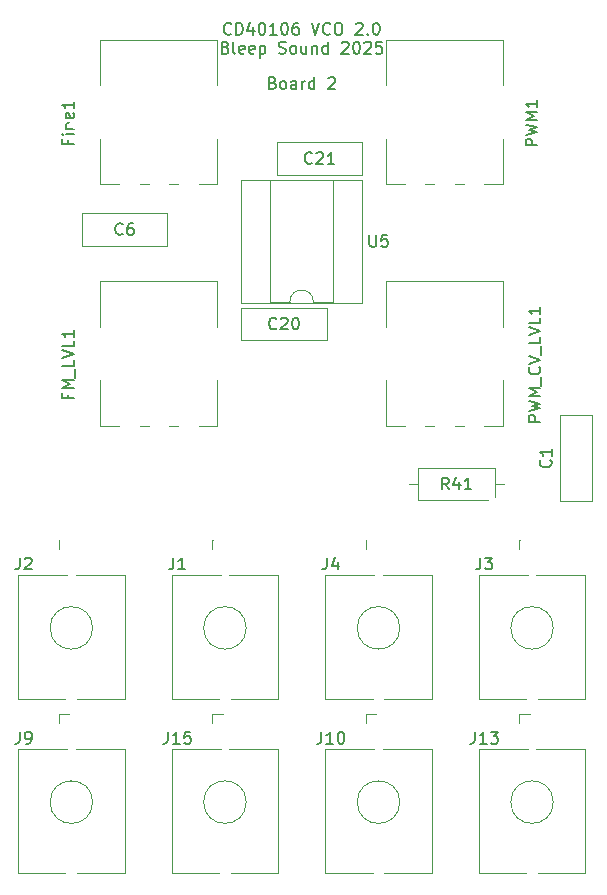
<source format=gto>
G04 #@! TF.GenerationSoftware,KiCad,Pcbnew,9.0.4-9.0.4-0~ubuntu22.04.1*
G04 #@! TF.CreationDate,2025-10-19T11:48:27+01:00*
G04 #@! TF.ProjectId,CD40106_VCO,43443430-3130-4365-9f56-434f2e6b6963,rev?*
G04 #@! TF.SameCoordinates,Original*
G04 #@! TF.FileFunction,Legend,Top*
G04 #@! TF.FilePolarity,Positive*
%FSLAX46Y46*%
G04 Gerber Fmt 4.6, Leading zero omitted, Abs format (unit mm)*
G04 Created by KiCad (PCBNEW 9.0.4-9.0.4-0~ubuntu22.04.1) date 2025-10-19 11:48:27*
%MOMM*%
%LPD*%
G01*
G04 APERTURE LIST*
%ADD10C,0.150000*%
%ADD11C,0.120000*%
%ADD12R,1.930000X1.830000*%
%ADD13C,2.130000*%
%ADD14C,4.000000*%
%ADD15C,1.800000*%
%ADD16C,3.200000*%
%ADD17C,1.600000*%
%ADD18R,1.600000X1.600000*%
%ADD19O,1.600000X1.600000*%
%ADD20R,1.700000X1.700000*%
%ADD21O,1.700000X1.700000*%
%ADD22C,0.800000*%
G04 APERTURE END LIST*
D10*
X128023809Y-74654608D02*
X127976190Y-74702228D01*
X127976190Y-74702228D02*
X127833333Y-74749847D01*
X127833333Y-74749847D02*
X127738095Y-74749847D01*
X127738095Y-74749847D02*
X127595238Y-74702228D01*
X127595238Y-74702228D02*
X127500000Y-74606989D01*
X127500000Y-74606989D02*
X127452381Y-74511751D01*
X127452381Y-74511751D02*
X127404762Y-74321275D01*
X127404762Y-74321275D02*
X127404762Y-74178418D01*
X127404762Y-74178418D02*
X127452381Y-73987942D01*
X127452381Y-73987942D02*
X127500000Y-73892704D01*
X127500000Y-73892704D02*
X127595238Y-73797466D01*
X127595238Y-73797466D02*
X127738095Y-73749847D01*
X127738095Y-73749847D02*
X127833333Y-73749847D01*
X127833333Y-73749847D02*
X127976190Y-73797466D01*
X127976190Y-73797466D02*
X128023809Y-73845085D01*
X128452381Y-74749847D02*
X128452381Y-73749847D01*
X128452381Y-73749847D02*
X128690476Y-73749847D01*
X128690476Y-73749847D02*
X128833333Y-73797466D01*
X128833333Y-73797466D02*
X128928571Y-73892704D01*
X128928571Y-73892704D02*
X128976190Y-73987942D01*
X128976190Y-73987942D02*
X129023809Y-74178418D01*
X129023809Y-74178418D02*
X129023809Y-74321275D01*
X129023809Y-74321275D02*
X128976190Y-74511751D01*
X128976190Y-74511751D02*
X128928571Y-74606989D01*
X128928571Y-74606989D02*
X128833333Y-74702228D01*
X128833333Y-74702228D02*
X128690476Y-74749847D01*
X128690476Y-74749847D02*
X128452381Y-74749847D01*
X129880952Y-74083180D02*
X129880952Y-74749847D01*
X129642857Y-73702228D02*
X129404762Y-74416513D01*
X129404762Y-74416513D02*
X130023809Y-74416513D01*
X130595238Y-73749847D02*
X130690476Y-73749847D01*
X130690476Y-73749847D02*
X130785714Y-73797466D01*
X130785714Y-73797466D02*
X130833333Y-73845085D01*
X130833333Y-73845085D02*
X130880952Y-73940323D01*
X130880952Y-73940323D02*
X130928571Y-74130799D01*
X130928571Y-74130799D02*
X130928571Y-74368894D01*
X130928571Y-74368894D02*
X130880952Y-74559370D01*
X130880952Y-74559370D02*
X130833333Y-74654608D01*
X130833333Y-74654608D02*
X130785714Y-74702228D01*
X130785714Y-74702228D02*
X130690476Y-74749847D01*
X130690476Y-74749847D02*
X130595238Y-74749847D01*
X130595238Y-74749847D02*
X130500000Y-74702228D01*
X130500000Y-74702228D02*
X130452381Y-74654608D01*
X130452381Y-74654608D02*
X130404762Y-74559370D01*
X130404762Y-74559370D02*
X130357143Y-74368894D01*
X130357143Y-74368894D02*
X130357143Y-74130799D01*
X130357143Y-74130799D02*
X130404762Y-73940323D01*
X130404762Y-73940323D02*
X130452381Y-73845085D01*
X130452381Y-73845085D02*
X130500000Y-73797466D01*
X130500000Y-73797466D02*
X130595238Y-73749847D01*
X131880952Y-74749847D02*
X131309524Y-74749847D01*
X131595238Y-74749847D02*
X131595238Y-73749847D01*
X131595238Y-73749847D02*
X131500000Y-73892704D01*
X131500000Y-73892704D02*
X131404762Y-73987942D01*
X131404762Y-73987942D02*
X131309524Y-74035561D01*
X132500000Y-73749847D02*
X132595238Y-73749847D01*
X132595238Y-73749847D02*
X132690476Y-73797466D01*
X132690476Y-73797466D02*
X132738095Y-73845085D01*
X132738095Y-73845085D02*
X132785714Y-73940323D01*
X132785714Y-73940323D02*
X132833333Y-74130799D01*
X132833333Y-74130799D02*
X132833333Y-74368894D01*
X132833333Y-74368894D02*
X132785714Y-74559370D01*
X132785714Y-74559370D02*
X132738095Y-74654608D01*
X132738095Y-74654608D02*
X132690476Y-74702228D01*
X132690476Y-74702228D02*
X132595238Y-74749847D01*
X132595238Y-74749847D02*
X132500000Y-74749847D01*
X132500000Y-74749847D02*
X132404762Y-74702228D01*
X132404762Y-74702228D02*
X132357143Y-74654608D01*
X132357143Y-74654608D02*
X132309524Y-74559370D01*
X132309524Y-74559370D02*
X132261905Y-74368894D01*
X132261905Y-74368894D02*
X132261905Y-74130799D01*
X132261905Y-74130799D02*
X132309524Y-73940323D01*
X132309524Y-73940323D02*
X132357143Y-73845085D01*
X132357143Y-73845085D02*
X132404762Y-73797466D01*
X132404762Y-73797466D02*
X132500000Y-73749847D01*
X133690476Y-73749847D02*
X133500000Y-73749847D01*
X133500000Y-73749847D02*
X133404762Y-73797466D01*
X133404762Y-73797466D02*
X133357143Y-73845085D01*
X133357143Y-73845085D02*
X133261905Y-73987942D01*
X133261905Y-73987942D02*
X133214286Y-74178418D01*
X133214286Y-74178418D02*
X133214286Y-74559370D01*
X133214286Y-74559370D02*
X133261905Y-74654608D01*
X133261905Y-74654608D02*
X133309524Y-74702228D01*
X133309524Y-74702228D02*
X133404762Y-74749847D01*
X133404762Y-74749847D02*
X133595238Y-74749847D01*
X133595238Y-74749847D02*
X133690476Y-74702228D01*
X133690476Y-74702228D02*
X133738095Y-74654608D01*
X133738095Y-74654608D02*
X133785714Y-74559370D01*
X133785714Y-74559370D02*
X133785714Y-74321275D01*
X133785714Y-74321275D02*
X133738095Y-74226037D01*
X133738095Y-74226037D02*
X133690476Y-74178418D01*
X133690476Y-74178418D02*
X133595238Y-74130799D01*
X133595238Y-74130799D02*
X133404762Y-74130799D01*
X133404762Y-74130799D02*
X133309524Y-74178418D01*
X133309524Y-74178418D02*
X133261905Y-74226037D01*
X133261905Y-74226037D02*
X133214286Y-74321275D01*
X134833334Y-73749847D02*
X135166667Y-74749847D01*
X135166667Y-74749847D02*
X135500000Y-73749847D01*
X136404762Y-74654608D02*
X136357143Y-74702228D01*
X136357143Y-74702228D02*
X136214286Y-74749847D01*
X136214286Y-74749847D02*
X136119048Y-74749847D01*
X136119048Y-74749847D02*
X135976191Y-74702228D01*
X135976191Y-74702228D02*
X135880953Y-74606989D01*
X135880953Y-74606989D02*
X135833334Y-74511751D01*
X135833334Y-74511751D02*
X135785715Y-74321275D01*
X135785715Y-74321275D02*
X135785715Y-74178418D01*
X135785715Y-74178418D02*
X135833334Y-73987942D01*
X135833334Y-73987942D02*
X135880953Y-73892704D01*
X135880953Y-73892704D02*
X135976191Y-73797466D01*
X135976191Y-73797466D02*
X136119048Y-73749847D01*
X136119048Y-73749847D02*
X136214286Y-73749847D01*
X136214286Y-73749847D02*
X136357143Y-73797466D01*
X136357143Y-73797466D02*
X136404762Y-73845085D01*
X137023810Y-73749847D02*
X137214286Y-73749847D01*
X137214286Y-73749847D02*
X137309524Y-73797466D01*
X137309524Y-73797466D02*
X137404762Y-73892704D01*
X137404762Y-73892704D02*
X137452381Y-74083180D01*
X137452381Y-74083180D02*
X137452381Y-74416513D01*
X137452381Y-74416513D02*
X137404762Y-74606989D01*
X137404762Y-74606989D02*
X137309524Y-74702228D01*
X137309524Y-74702228D02*
X137214286Y-74749847D01*
X137214286Y-74749847D02*
X137023810Y-74749847D01*
X137023810Y-74749847D02*
X136928572Y-74702228D01*
X136928572Y-74702228D02*
X136833334Y-74606989D01*
X136833334Y-74606989D02*
X136785715Y-74416513D01*
X136785715Y-74416513D02*
X136785715Y-74083180D01*
X136785715Y-74083180D02*
X136833334Y-73892704D01*
X136833334Y-73892704D02*
X136928572Y-73797466D01*
X136928572Y-73797466D02*
X137023810Y-73749847D01*
X138595239Y-73845085D02*
X138642858Y-73797466D01*
X138642858Y-73797466D02*
X138738096Y-73749847D01*
X138738096Y-73749847D02*
X138976191Y-73749847D01*
X138976191Y-73749847D02*
X139071429Y-73797466D01*
X139071429Y-73797466D02*
X139119048Y-73845085D01*
X139119048Y-73845085D02*
X139166667Y-73940323D01*
X139166667Y-73940323D02*
X139166667Y-74035561D01*
X139166667Y-74035561D02*
X139119048Y-74178418D01*
X139119048Y-74178418D02*
X138547620Y-74749847D01*
X138547620Y-74749847D02*
X139166667Y-74749847D01*
X139595239Y-74654608D02*
X139642858Y-74702228D01*
X139642858Y-74702228D02*
X139595239Y-74749847D01*
X139595239Y-74749847D02*
X139547620Y-74702228D01*
X139547620Y-74702228D02*
X139595239Y-74654608D01*
X139595239Y-74654608D02*
X139595239Y-74749847D01*
X140261905Y-73749847D02*
X140357143Y-73749847D01*
X140357143Y-73749847D02*
X140452381Y-73797466D01*
X140452381Y-73797466D02*
X140500000Y-73845085D01*
X140500000Y-73845085D02*
X140547619Y-73940323D01*
X140547619Y-73940323D02*
X140595238Y-74130799D01*
X140595238Y-74130799D02*
X140595238Y-74368894D01*
X140595238Y-74368894D02*
X140547619Y-74559370D01*
X140547619Y-74559370D02*
X140500000Y-74654608D01*
X140500000Y-74654608D02*
X140452381Y-74702228D01*
X140452381Y-74702228D02*
X140357143Y-74749847D01*
X140357143Y-74749847D02*
X140261905Y-74749847D01*
X140261905Y-74749847D02*
X140166667Y-74702228D01*
X140166667Y-74702228D02*
X140119048Y-74654608D01*
X140119048Y-74654608D02*
X140071429Y-74559370D01*
X140071429Y-74559370D02*
X140023810Y-74368894D01*
X140023810Y-74368894D02*
X140023810Y-74130799D01*
X140023810Y-74130799D02*
X140071429Y-73940323D01*
X140071429Y-73940323D02*
X140119048Y-73845085D01*
X140119048Y-73845085D02*
X140166667Y-73797466D01*
X140166667Y-73797466D02*
X140261905Y-73749847D01*
X127547618Y-75835981D02*
X127690475Y-75883600D01*
X127690475Y-75883600D02*
X127738094Y-75931219D01*
X127738094Y-75931219D02*
X127785713Y-76026457D01*
X127785713Y-76026457D02*
X127785713Y-76169314D01*
X127785713Y-76169314D02*
X127738094Y-76264552D01*
X127738094Y-76264552D02*
X127690475Y-76312172D01*
X127690475Y-76312172D02*
X127595237Y-76359791D01*
X127595237Y-76359791D02*
X127214285Y-76359791D01*
X127214285Y-76359791D02*
X127214285Y-75359791D01*
X127214285Y-75359791D02*
X127547618Y-75359791D01*
X127547618Y-75359791D02*
X127642856Y-75407410D01*
X127642856Y-75407410D02*
X127690475Y-75455029D01*
X127690475Y-75455029D02*
X127738094Y-75550267D01*
X127738094Y-75550267D02*
X127738094Y-75645505D01*
X127738094Y-75645505D02*
X127690475Y-75740743D01*
X127690475Y-75740743D02*
X127642856Y-75788362D01*
X127642856Y-75788362D02*
X127547618Y-75835981D01*
X127547618Y-75835981D02*
X127214285Y-75835981D01*
X128357142Y-76359791D02*
X128261904Y-76312172D01*
X128261904Y-76312172D02*
X128214285Y-76216933D01*
X128214285Y-76216933D02*
X128214285Y-75359791D01*
X129119047Y-76312172D02*
X129023809Y-76359791D01*
X129023809Y-76359791D02*
X128833333Y-76359791D01*
X128833333Y-76359791D02*
X128738095Y-76312172D01*
X128738095Y-76312172D02*
X128690476Y-76216933D01*
X128690476Y-76216933D02*
X128690476Y-75835981D01*
X128690476Y-75835981D02*
X128738095Y-75740743D01*
X128738095Y-75740743D02*
X128833333Y-75693124D01*
X128833333Y-75693124D02*
X129023809Y-75693124D01*
X129023809Y-75693124D02*
X129119047Y-75740743D01*
X129119047Y-75740743D02*
X129166666Y-75835981D01*
X129166666Y-75835981D02*
X129166666Y-75931219D01*
X129166666Y-75931219D02*
X128690476Y-76026457D01*
X129976190Y-76312172D02*
X129880952Y-76359791D01*
X129880952Y-76359791D02*
X129690476Y-76359791D01*
X129690476Y-76359791D02*
X129595238Y-76312172D01*
X129595238Y-76312172D02*
X129547619Y-76216933D01*
X129547619Y-76216933D02*
X129547619Y-75835981D01*
X129547619Y-75835981D02*
X129595238Y-75740743D01*
X129595238Y-75740743D02*
X129690476Y-75693124D01*
X129690476Y-75693124D02*
X129880952Y-75693124D01*
X129880952Y-75693124D02*
X129976190Y-75740743D01*
X129976190Y-75740743D02*
X130023809Y-75835981D01*
X130023809Y-75835981D02*
X130023809Y-75931219D01*
X130023809Y-75931219D02*
X129547619Y-76026457D01*
X130452381Y-75693124D02*
X130452381Y-76693124D01*
X130452381Y-75740743D02*
X130547619Y-75693124D01*
X130547619Y-75693124D02*
X130738095Y-75693124D01*
X130738095Y-75693124D02*
X130833333Y-75740743D01*
X130833333Y-75740743D02*
X130880952Y-75788362D01*
X130880952Y-75788362D02*
X130928571Y-75883600D01*
X130928571Y-75883600D02*
X130928571Y-76169314D01*
X130928571Y-76169314D02*
X130880952Y-76264552D01*
X130880952Y-76264552D02*
X130833333Y-76312172D01*
X130833333Y-76312172D02*
X130738095Y-76359791D01*
X130738095Y-76359791D02*
X130547619Y-76359791D01*
X130547619Y-76359791D02*
X130452381Y-76312172D01*
X132071429Y-76312172D02*
X132214286Y-76359791D01*
X132214286Y-76359791D02*
X132452381Y-76359791D01*
X132452381Y-76359791D02*
X132547619Y-76312172D01*
X132547619Y-76312172D02*
X132595238Y-76264552D01*
X132595238Y-76264552D02*
X132642857Y-76169314D01*
X132642857Y-76169314D02*
X132642857Y-76074076D01*
X132642857Y-76074076D02*
X132595238Y-75978838D01*
X132595238Y-75978838D02*
X132547619Y-75931219D01*
X132547619Y-75931219D02*
X132452381Y-75883600D01*
X132452381Y-75883600D02*
X132261905Y-75835981D01*
X132261905Y-75835981D02*
X132166667Y-75788362D01*
X132166667Y-75788362D02*
X132119048Y-75740743D01*
X132119048Y-75740743D02*
X132071429Y-75645505D01*
X132071429Y-75645505D02*
X132071429Y-75550267D01*
X132071429Y-75550267D02*
X132119048Y-75455029D01*
X132119048Y-75455029D02*
X132166667Y-75407410D01*
X132166667Y-75407410D02*
X132261905Y-75359791D01*
X132261905Y-75359791D02*
X132500000Y-75359791D01*
X132500000Y-75359791D02*
X132642857Y-75407410D01*
X133214286Y-76359791D02*
X133119048Y-76312172D01*
X133119048Y-76312172D02*
X133071429Y-76264552D01*
X133071429Y-76264552D02*
X133023810Y-76169314D01*
X133023810Y-76169314D02*
X133023810Y-75883600D01*
X133023810Y-75883600D02*
X133071429Y-75788362D01*
X133071429Y-75788362D02*
X133119048Y-75740743D01*
X133119048Y-75740743D02*
X133214286Y-75693124D01*
X133214286Y-75693124D02*
X133357143Y-75693124D01*
X133357143Y-75693124D02*
X133452381Y-75740743D01*
X133452381Y-75740743D02*
X133500000Y-75788362D01*
X133500000Y-75788362D02*
X133547619Y-75883600D01*
X133547619Y-75883600D02*
X133547619Y-76169314D01*
X133547619Y-76169314D02*
X133500000Y-76264552D01*
X133500000Y-76264552D02*
X133452381Y-76312172D01*
X133452381Y-76312172D02*
X133357143Y-76359791D01*
X133357143Y-76359791D02*
X133214286Y-76359791D01*
X134404762Y-75693124D02*
X134404762Y-76359791D01*
X133976191Y-75693124D02*
X133976191Y-76216933D01*
X133976191Y-76216933D02*
X134023810Y-76312172D01*
X134023810Y-76312172D02*
X134119048Y-76359791D01*
X134119048Y-76359791D02*
X134261905Y-76359791D01*
X134261905Y-76359791D02*
X134357143Y-76312172D01*
X134357143Y-76312172D02*
X134404762Y-76264552D01*
X134880953Y-75693124D02*
X134880953Y-76359791D01*
X134880953Y-75788362D02*
X134928572Y-75740743D01*
X134928572Y-75740743D02*
X135023810Y-75693124D01*
X135023810Y-75693124D02*
X135166667Y-75693124D01*
X135166667Y-75693124D02*
X135261905Y-75740743D01*
X135261905Y-75740743D02*
X135309524Y-75835981D01*
X135309524Y-75835981D02*
X135309524Y-76359791D01*
X136214286Y-76359791D02*
X136214286Y-75359791D01*
X136214286Y-76312172D02*
X136119048Y-76359791D01*
X136119048Y-76359791D02*
X135928572Y-76359791D01*
X135928572Y-76359791D02*
X135833334Y-76312172D01*
X135833334Y-76312172D02*
X135785715Y-76264552D01*
X135785715Y-76264552D02*
X135738096Y-76169314D01*
X135738096Y-76169314D02*
X135738096Y-75883600D01*
X135738096Y-75883600D02*
X135785715Y-75788362D01*
X135785715Y-75788362D02*
X135833334Y-75740743D01*
X135833334Y-75740743D02*
X135928572Y-75693124D01*
X135928572Y-75693124D02*
X136119048Y-75693124D01*
X136119048Y-75693124D02*
X136214286Y-75740743D01*
X137404763Y-75455029D02*
X137452382Y-75407410D01*
X137452382Y-75407410D02*
X137547620Y-75359791D01*
X137547620Y-75359791D02*
X137785715Y-75359791D01*
X137785715Y-75359791D02*
X137880953Y-75407410D01*
X137880953Y-75407410D02*
X137928572Y-75455029D01*
X137928572Y-75455029D02*
X137976191Y-75550267D01*
X137976191Y-75550267D02*
X137976191Y-75645505D01*
X137976191Y-75645505D02*
X137928572Y-75788362D01*
X137928572Y-75788362D02*
X137357144Y-76359791D01*
X137357144Y-76359791D02*
X137976191Y-76359791D01*
X138595239Y-75359791D02*
X138690477Y-75359791D01*
X138690477Y-75359791D02*
X138785715Y-75407410D01*
X138785715Y-75407410D02*
X138833334Y-75455029D01*
X138833334Y-75455029D02*
X138880953Y-75550267D01*
X138880953Y-75550267D02*
X138928572Y-75740743D01*
X138928572Y-75740743D02*
X138928572Y-75978838D01*
X138928572Y-75978838D02*
X138880953Y-76169314D01*
X138880953Y-76169314D02*
X138833334Y-76264552D01*
X138833334Y-76264552D02*
X138785715Y-76312172D01*
X138785715Y-76312172D02*
X138690477Y-76359791D01*
X138690477Y-76359791D02*
X138595239Y-76359791D01*
X138595239Y-76359791D02*
X138500001Y-76312172D01*
X138500001Y-76312172D02*
X138452382Y-76264552D01*
X138452382Y-76264552D02*
X138404763Y-76169314D01*
X138404763Y-76169314D02*
X138357144Y-75978838D01*
X138357144Y-75978838D02*
X138357144Y-75740743D01*
X138357144Y-75740743D02*
X138404763Y-75550267D01*
X138404763Y-75550267D02*
X138452382Y-75455029D01*
X138452382Y-75455029D02*
X138500001Y-75407410D01*
X138500001Y-75407410D02*
X138595239Y-75359791D01*
X139309525Y-75455029D02*
X139357144Y-75407410D01*
X139357144Y-75407410D02*
X139452382Y-75359791D01*
X139452382Y-75359791D02*
X139690477Y-75359791D01*
X139690477Y-75359791D02*
X139785715Y-75407410D01*
X139785715Y-75407410D02*
X139833334Y-75455029D01*
X139833334Y-75455029D02*
X139880953Y-75550267D01*
X139880953Y-75550267D02*
X139880953Y-75645505D01*
X139880953Y-75645505D02*
X139833334Y-75788362D01*
X139833334Y-75788362D02*
X139261906Y-76359791D01*
X139261906Y-76359791D02*
X139880953Y-76359791D01*
X140785715Y-75359791D02*
X140309525Y-75359791D01*
X140309525Y-75359791D02*
X140261906Y-75835981D01*
X140261906Y-75835981D02*
X140309525Y-75788362D01*
X140309525Y-75788362D02*
X140404763Y-75740743D01*
X140404763Y-75740743D02*
X140642858Y-75740743D01*
X140642858Y-75740743D02*
X140738096Y-75788362D01*
X140738096Y-75788362D02*
X140785715Y-75835981D01*
X140785715Y-75835981D02*
X140833334Y-75931219D01*
X140833334Y-75931219D02*
X140833334Y-76169314D01*
X140833334Y-76169314D02*
X140785715Y-76264552D01*
X140785715Y-76264552D02*
X140738096Y-76312172D01*
X140738096Y-76312172D02*
X140642858Y-76359791D01*
X140642858Y-76359791D02*
X140404763Y-76359791D01*
X140404763Y-76359791D02*
X140309525Y-76312172D01*
X140309525Y-76312172D02*
X140261906Y-76264552D01*
X131547618Y-78831009D02*
X131690475Y-78878628D01*
X131690475Y-78878628D02*
X131738094Y-78926247D01*
X131738094Y-78926247D02*
X131785713Y-79021485D01*
X131785713Y-79021485D02*
X131785713Y-79164342D01*
X131785713Y-79164342D02*
X131738094Y-79259580D01*
X131738094Y-79259580D02*
X131690475Y-79307200D01*
X131690475Y-79307200D02*
X131595237Y-79354819D01*
X131595237Y-79354819D02*
X131214285Y-79354819D01*
X131214285Y-79354819D02*
X131214285Y-78354819D01*
X131214285Y-78354819D02*
X131547618Y-78354819D01*
X131547618Y-78354819D02*
X131642856Y-78402438D01*
X131642856Y-78402438D02*
X131690475Y-78450057D01*
X131690475Y-78450057D02*
X131738094Y-78545295D01*
X131738094Y-78545295D02*
X131738094Y-78640533D01*
X131738094Y-78640533D02*
X131690475Y-78735771D01*
X131690475Y-78735771D02*
X131642856Y-78783390D01*
X131642856Y-78783390D02*
X131547618Y-78831009D01*
X131547618Y-78831009D02*
X131214285Y-78831009D01*
X132357142Y-79354819D02*
X132261904Y-79307200D01*
X132261904Y-79307200D02*
X132214285Y-79259580D01*
X132214285Y-79259580D02*
X132166666Y-79164342D01*
X132166666Y-79164342D02*
X132166666Y-78878628D01*
X132166666Y-78878628D02*
X132214285Y-78783390D01*
X132214285Y-78783390D02*
X132261904Y-78735771D01*
X132261904Y-78735771D02*
X132357142Y-78688152D01*
X132357142Y-78688152D02*
X132499999Y-78688152D01*
X132499999Y-78688152D02*
X132595237Y-78735771D01*
X132595237Y-78735771D02*
X132642856Y-78783390D01*
X132642856Y-78783390D02*
X132690475Y-78878628D01*
X132690475Y-78878628D02*
X132690475Y-79164342D01*
X132690475Y-79164342D02*
X132642856Y-79259580D01*
X132642856Y-79259580D02*
X132595237Y-79307200D01*
X132595237Y-79307200D02*
X132499999Y-79354819D01*
X132499999Y-79354819D02*
X132357142Y-79354819D01*
X133547618Y-79354819D02*
X133547618Y-78831009D01*
X133547618Y-78831009D02*
X133499999Y-78735771D01*
X133499999Y-78735771D02*
X133404761Y-78688152D01*
X133404761Y-78688152D02*
X133214285Y-78688152D01*
X133214285Y-78688152D02*
X133119047Y-78735771D01*
X133547618Y-79307200D02*
X133452380Y-79354819D01*
X133452380Y-79354819D02*
X133214285Y-79354819D01*
X133214285Y-79354819D02*
X133119047Y-79307200D01*
X133119047Y-79307200D02*
X133071428Y-79211961D01*
X133071428Y-79211961D02*
X133071428Y-79116723D01*
X133071428Y-79116723D02*
X133119047Y-79021485D01*
X133119047Y-79021485D02*
X133214285Y-78973866D01*
X133214285Y-78973866D02*
X133452380Y-78973866D01*
X133452380Y-78973866D02*
X133547618Y-78926247D01*
X134023809Y-79354819D02*
X134023809Y-78688152D01*
X134023809Y-78878628D02*
X134071428Y-78783390D01*
X134071428Y-78783390D02*
X134119047Y-78735771D01*
X134119047Y-78735771D02*
X134214285Y-78688152D01*
X134214285Y-78688152D02*
X134309523Y-78688152D01*
X135071428Y-79354819D02*
X135071428Y-78354819D01*
X135071428Y-79307200D02*
X134976190Y-79354819D01*
X134976190Y-79354819D02*
X134785714Y-79354819D01*
X134785714Y-79354819D02*
X134690476Y-79307200D01*
X134690476Y-79307200D02*
X134642857Y-79259580D01*
X134642857Y-79259580D02*
X134595238Y-79164342D01*
X134595238Y-79164342D02*
X134595238Y-78878628D01*
X134595238Y-78878628D02*
X134642857Y-78783390D01*
X134642857Y-78783390D02*
X134690476Y-78735771D01*
X134690476Y-78735771D02*
X134785714Y-78688152D01*
X134785714Y-78688152D02*
X134976190Y-78688152D01*
X134976190Y-78688152D02*
X135071428Y-78735771D01*
X136261905Y-78450057D02*
X136309524Y-78402438D01*
X136309524Y-78402438D02*
X136404762Y-78354819D01*
X136404762Y-78354819D02*
X136642857Y-78354819D01*
X136642857Y-78354819D02*
X136738095Y-78402438D01*
X136738095Y-78402438D02*
X136785714Y-78450057D01*
X136785714Y-78450057D02*
X136833333Y-78545295D01*
X136833333Y-78545295D02*
X136833333Y-78640533D01*
X136833333Y-78640533D02*
X136785714Y-78783390D01*
X136785714Y-78783390D02*
X136214286Y-79354819D01*
X136214286Y-79354819D02*
X136833333Y-79354819D01*
X122660476Y-133784819D02*
X122660476Y-134499104D01*
X122660476Y-134499104D02*
X122612857Y-134641961D01*
X122612857Y-134641961D02*
X122517619Y-134737200D01*
X122517619Y-134737200D02*
X122374762Y-134784819D01*
X122374762Y-134784819D02*
X122279524Y-134784819D01*
X123660476Y-134784819D02*
X123089048Y-134784819D01*
X123374762Y-134784819D02*
X123374762Y-133784819D01*
X123374762Y-133784819D02*
X123279524Y-133927676D01*
X123279524Y-133927676D02*
X123184286Y-134022914D01*
X123184286Y-134022914D02*
X123089048Y-134070533D01*
X124565238Y-133784819D02*
X124089048Y-133784819D01*
X124089048Y-133784819D02*
X124041429Y-134261009D01*
X124041429Y-134261009D02*
X124089048Y-134213390D01*
X124089048Y-134213390D02*
X124184286Y-134165771D01*
X124184286Y-134165771D02*
X124422381Y-134165771D01*
X124422381Y-134165771D02*
X124517619Y-134213390D01*
X124517619Y-134213390D02*
X124565238Y-134261009D01*
X124565238Y-134261009D02*
X124612857Y-134356247D01*
X124612857Y-134356247D02*
X124612857Y-134594342D01*
X124612857Y-134594342D02*
X124565238Y-134689580D01*
X124565238Y-134689580D02*
X124517619Y-134737200D01*
X124517619Y-134737200D02*
X124422381Y-134784819D01*
X124422381Y-134784819D02*
X124184286Y-134784819D01*
X124184286Y-134784819D02*
X124089048Y-134737200D01*
X124089048Y-134737200D02*
X124041429Y-134689580D01*
X154204819Y-107509523D02*
X153204819Y-107509523D01*
X153204819Y-107509523D02*
X153204819Y-107128571D01*
X153204819Y-107128571D02*
X153252438Y-107033333D01*
X153252438Y-107033333D02*
X153300057Y-106985714D01*
X153300057Y-106985714D02*
X153395295Y-106938095D01*
X153395295Y-106938095D02*
X153538152Y-106938095D01*
X153538152Y-106938095D02*
X153633390Y-106985714D01*
X153633390Y-106985714D02*
X153681009Y-107033333D01*
X153681009Y-107033333D02*
X153728628Y-107128571D01*
X153728628Y-107128571D02*
X153728628Y-107509523D01*
X153204819Y-106604761D02*
X154204819Y-106366666D01*
X154204819Y-106366666D02*
X153490533Y-106176190D01*
X153490533Y-106176190D02*
X154204819Y-105985714D01*
X154204819Y-105985714D02*
X153204819Y-105747619D01*
X154204819Y-105366666D02*
X153204819Y-105366666D01*
X153204819Y-105366666D02*
X153919104Y-105033333D01*
X153919104Y-105033333D02*
X153204819Y-104700000D01*
X153204819Y-104700000D02*
X154204819Y-104700000D01*
X154300057Y-104461905D02*
X154300057Y-103700000D01*
X154109580Y-102890476D02*
X154157200Y-102938095D01*
X154157200Y-102938095D02*
X154204819Y-103080952D01*
X154204819Y-103080952D02*
X154204819Y-103176190D01*
X154204819Y-103176190D02*
X154157200Y-103319047D01*
X154157200Y-103319047D02*
X154061961Y-103414285D01*
X154061961Y-103414285D02*
X153966723Y-103461904D01*
X153966723Y-103461904D02*
X153776247Y-103509523D01*
X153776247Y-103509523D02*
X153633390Y-103509523D01*
X153633390Y-103509523D02*
X153442914Y-103461904D01*
X153442914Y-103461904D02*
X153347676Y-103414285D01*
X153347676Y-103414285D02*
X153252438Y-103319047D01*
X153252438Y-103319047D02*
X153204819Y-103176190D01*
X153204819Y-103176190D02*
X153204819Y-103080952D01*
X153204819Y-103080952D02*
X153252438Y-102938095D01*
X153252438Y-102938095D02*
X153300057Y-102890476D01*
X153204819Y-102604761D02*
X154204819Y-102271428D01*
X154204819Y-102271428D02*
X153204819Y-101938095D01*
X154300057Y-101842857D02*
X154300057Y-101080952D01*
X154204819Y-100366666D02*
X154204819Y-100842856D01*
X154204819Y-100842856D02*
X153204819Y-100842856D01*
X153204819Y-100176189D02*
X154204819Y-99842856D01*
X154204819Y-99842856D02*
X153204819Y-99509523D01*
X154204819Y-98699999D02*
X154204819Y-99176189D01*
X154204819Y-99176189D02*
X153204819Y-99176189D01*
X154204819Y-97842856D02*
X154204819Y-98414284D01*
X154204819Y-98128570D02*
X153204819Y-98128570D01*
X153204819Y-98128570D02*
X153347676Y-98223808D01*
X153347676Y-98223808D02*
X153442914Y-98319046D01*
X153442914Y-98319046D02*
X153490533Y-98414284D01*
X118833333Y-91609580D02*
X118785714Y-91657200D01*
X118785714Y-91657200D02*
X118642857Y-91704819D01*
X118642857Y-91704819D02*
X118547619Y-91704819D01*
X118547619Y-91704819D02*
X118404762Y-91657200D01*
X118404762Y-91657200D02*
X118309524Y-91561961D01*
X118309524Y-91561961D02*
X118261905Y-91466723D01*
X118261905Y-91466723D02*
X118214286Y-91276247D01*
X118214286Y-91276247D02*
X118214286Y-91133390D01*
X118214286Y-91133390D02*
X118261905Y-90942914D01*
X118261905Y-90942914D02*
X118309524Y-90847676D01*
X118309524Y-90847676D02*
X118404762Y-90752438D01*
X118404762Y-90752438D02*
X118547619Y-90704819D01*
X118547619Y-90704819D02*
X118642857Y-90704819D01*
X118642857Y-90704819D02*
X118785714Y-90752438D01*
X118785714Y-90752438D02*
X118833333Y-90800057D01*
X119690476Y-90704819D02*
X119500000Y-90704819D01*
X119500000Y-90704819D02*
X119404762Y-90752438D01*
X119404762Y-90752438D02*
X119357143Y-90800057D01*
X119357143Y-90800057D02*
X119261905Y-90942914D01*
X119261905Y-90942914D02*
X119214286Y-91133390D01*
X119214286Y-91133390D02*
X119214286Y-91514342D01*
X119214286Y-91514342D02*
X119261905Y-91609580D01*
X119261905Y-91609580D02*
X119309524Y-91657200D01*
X119309524Y-91657200D02*
X119404762Y-91704819D01*
X119404762Y-91704819D02*
X119595238Y-91704819D01*
X119595238Y-91704819D02*
X119690476Y-91657200D01*
X119690476Y-91657200D02*
X119738095Y-91609580D01*
X119738095Y-91609580D02*
X119785714Y-91514342D01*
X119785714Y-91514342D02*
X119785714Y-91276247D01*
X119785714Y-91276247D02*
X119738095Y-91181009D01*
X119738095Y-91181009D02*
X119690476Y-91133390D01*
X119690476Y-91133390D02*
X119595238Y-91085771D01*
X119595238Y-91085771D02*
X119404762Y-91085771D01*
X119404762Y-91085771D02*
X119309524Y-91133390D01*
X119309524Y-91133390D02*
X119261905Y-91181009D01*
X119261905Y-91181009D02*
X119214286Y-91276247D01*
X153954819Y-84130951D02*
X152954819Y-84130951D01*
X152954819Y-84130951D02*
X152954819Y-83749999D01*
X152954819Y-83749999D02*
X153002438Y-83654761D01*
X153002438Y-83654761D02*
X153050057Y-83607142D01*
X153050057Y-83607142D02*
X153145295Y-83559523D01*
X153145295Y-83559523D02*
X153288152Y-83559523D01*
X153288152Y-83559523D02*
X153383390Y-83607142D01*
X153383390Y-83607142D02*
X153431009Y-83654761D01*
X153431009Y-83654761D02*
X153478628Y-83749999D01*
X153478628Y-83749999D02*
X153478628Y-84130951D01*
X152954819Y-83226189D02*
X153954819Y-82988094D01*
X153954819Y-82988094D02*
X153240533Y-82797618D01*
X153240533Y-82797618D02*
X153954819Y-82607142D01*
X153954819Y-82607142D02*
X152954819Y-82369047D01*
X153954819Y-81988094D02*
X152954819Y-81988094D01*
X152954819Y-81988094D02*
X153669104Y-81654761D01*
X153669104Y-81654761D02*
X152954819Y-81321428D01*
X152954819Y-81321428D02*
X153954819Y-81321428D01*
X153954819Y-80321428D02*
X153954819Y-80892856D01*
X153954819Y-80607142D02*
X152954819Y-80607142D01*
X152954819Y-80607142D02*
X153097676Y-80702380D01*
X153097676Y-80702380D02*
X153192914Y-80797618D01*
X153192914Y-80797618D02*
X153240533Y-80892856D01*
X148660476Y-133784819D02*
X148660476Y-134499104D01*
X148660476Y-134499104D02*
X148612857Y-134641961D01*
X148612857Y-134641961D02*
X148517619Y-134737200D01*
X148517619Y-134737200D02*
X148374762Y-134784819D01*
X148374762Y-134784819D02*
X148279524Y-134784819D01*
X149660476Y-134784819D02*
X149089048Y-134784819D01*
X149374762Y-134784819D02*
X149374762Y-133784819D01*
X149374762Y-133784819D02*
X149279524Y-133927676D01*
X149279524Y-133927676D02*
X149184286Y-134022914D01*
X149184286Y-134022914D02*
X149089048Y-134070533D01*
X149993810Y-133784819D02*
X150612857Y-133784819D01*
X150612857Y-133784819D02*
X150279524Y-134165771D01*
X150279524Y-134165771D02*
X150422381Y-134165771D01*
X150422381Y-134165771D02*
X150517619Y-134213390D01*
X150517619Y-134213390D02*
X150565238Y-134261009D01*
X150565238Y-134261009D02*
X150612857Y-134356247D01*
X150612857Y-134356247D02*
X150612857Y-134594342D01*
X150612857Y-134594342D02*
X150565238Y-134689580D01*
X150565238Y-134689580D02*
X150517619Y-134737200D01*
X150517619Y-134737200D02*
X150422381Y-134784819D01*
X150422381Y-134784819D02*
X150136667Y-134784819D01*
X150136667Y-134784819D02*
X150041429Y-134737200D01*
X150041429Y-134737200D02*
X149993810Y-134689580D01*
X131857142Y-99609580D02*
X131809523Y-99657200D01*
X131809523Y-99657200D02*
X131666666Y-99704819D01*
X131666666Y-99704819D02*
X131571428Y-99704819D01*
X131571428Y-99704819D02*
X131428571Y-99657200D01*
X131428571Y-99657200D02*
X131333333Y-99561961D01*
X131333333Y-99561961D02*
X131285714Y-99466723D01*
X131285714Y-99466723D02*
X131238095Y-99276247D01*
X131238095Y-99276247D02*
X131238095Y-99133390D01*
X131238095Y-99133390D02*
X131285714Y-98942914D01*
X131285714Y-98942914D02*
X131333333Y-98847676D01*
X131333333Y-98847676D02*
X131428571Y-98752438D01*
X131428571Y-98752438D02*
X131571428Y-98704819D01*
X131571428Y-98704819D02*
X131666666Y-98704819D01*
X131666666Y-98704819D02*
X131809523Y-98752438D01*
X131809523Y-98752438D02*
X131857142Y-98800057D01*
X132238095Y-98800057D02*
X132285714Y-98752438D01*
X132285714Y-98752438D02*
X132380952Y-98704819D01*
X132380952Y-98704819D02*
X132619047Y-98704819D01*
X132619047Y-98704819D02*
X132714285Y-98752438D01*
X132714285Y-98752438D02*
X132761904Y-98800057D01*
X132761904Y-98800057D02*
X132809523Y-98895295D01*
X132809523Y-98895295D02*
X132809523Y-98990533D01*
X132809523Y-98990533D02*
X132761904Y-99133390D01*
X132761904Y-99133390D02*
X132190476Y-99704819D01*
X132190476Y-99704819D02*
X132809523Y-99704819D01*
X133428571Y-98704819D02*
X133523809Y-98704819D01*
X133523809Y-98704819D02*
X133619047Y-98752438D01*
X133619047Y-98752438D02*
X133666666Y-98800057D01*
X133666666Y-98800057D02*
X133714285Y-98895295D01*
X133714285Y-98895295D02*
X133761904Y-99085771D01*
X133761904Y-99085771D02*
X133761904Y-99323866D01*
X133761904Y-99323866D02*
X133714285Y-99514342D01*
X133714285Y-99514342D02*
X133666666Y-99609580D01*
X133666666Y-99609580D02*
X133619047Y-99657200D01*
X133619047Y-99657200D02*
X133523809Y-99704819D01*
X133523809Y-99704819D02*
X133428571Y-99704819D01*
X133428571Y-99704819D02*
X133333333Y-99657200D01*
X133333333Y-99657200D02*
X133285714Y-99609580D01*
X133285714Y-99609580D02*
X133238095Y-99514342D01*
X133238095Y-99514342D02*
X133190476Y-99323866D01*
X133190476Y-99323866D02*
X133190476Y-99085771D01*
X133190476Y-99085771D02*
X133238095Y-98895295D01*
X133238095Y-98895295D02*
X133285714Y-98800057D01*
X133285714Y-98800057D02*
X133333333Y-98752438D01*
X133333333Y-98752438D02*
X133428571Y-98704819D01*
X134857142Y-85609580D02*
X134809523Y-85657200D01*
X134809523Y-85657200D02*
X134666666Y-85704819D01*
X134666666Y-85704819D02*
X134571428Y-85704819D01*
X134571428Y-85704819D02*
X134428571Y-85657200D01*
X134428571Y-85657200D02*
X134333333Y-85561961D01*
X134333333Y-85561961D02*
X134285714Y-85466723D01*
X134285714Y-85466723D02*
X134238095Y-85276247D01*
X134238095Y-85276247D02*
X134238095Y-85133390D01*
X134238095Y-85133390D02*
X134285714Y-84942914D01*
X134285714Y-84942914D02*
X134333333Y-84847676D01*
X134333333Y-84847676D02*
X134428571Y-84752438D01*
X134428571Y-84752438D02*
X134571428Y-84704819D01*
X134571428Y-84704819D02*
X134666666Y-84704819D01*
X134666666Y-84704819D02*
X134809523Y-84752438D01*
X134809523Y-84752438D02*
X134857142Y-84800057D01*
X135238095Y-84800057D02*
X135285714Y-84752438D01*
X135285714Y-84752438D02*
X135380952Y-84704819D01*
X135380952Y-84704819D02*
X135619047Y-84704819D01*
X135619047Y-84704819D02*
X135714285Y-84752438D01*
X135714285Y-84752438D02*
X135761904Y-84800057D01*
X135761904Y-84800057D02*
X135809523Y-84895295D01*
X135809523Y-84895295D02*
X135809523Y-84990533D01*
X135809523Y-84990533D02*
X135761904Y-85133390D01*
X135761904Y-85133390D02*
X135190476Y-85704819D01*
X135190476Y-85704819D02*
X135809523Y-85704819D01*
X136761904Y-85704819D02*
X136190476Y-85704819D01*
X136476190Y-85704819D02*
X136476190Y-84704819D01*
X136476190Y-84704819D02*
X136380952Y-84847676D01*
X136380952Y-84847676D02*
X136285714Y-84942914D01*
X136285714Y-84942914D02*
X136190476Y-84990533D01*
X114181009Y-83702380D02*
X114181009Y-84035713D01*
X114704819Y-84035713D02*
X113704819Y-84035713D01*
X113704819Y-84035713D02*
X113704819Y-83559523D01*
X114704819Y-83178570D02*
X114038152Y-83178570D01*
X113704819Y-83178570D02*
X113752438Y-83226189D01*
X113752438Y-83226189D02*
X113800057Y-83178570D01*
X113800057Y-83178570D02*
X113752438Y-83130951D01*
X113752438Y-83130951D02*
X113704819Y-83178570D01*
X113704819Y-83178570D02*
X113800057Y-83178570D01*
X114038152Y-82702380D02*
X114704819Y-82702380D01*
X114133390Y-82702380D02*
X114085771Y-82654761D01*
X114085771Y-82654761D02*
X114038152Y-82559523D01*
X114038152Y-82559523D02*
X114038152Y-82416666D01*
X114038152Y-82416666D02*
X114085771Y-82321428D01*
X114085771Y-82321428D02*
X114181009Y-82273809D01*
X114181009Y-82273809D02*
X114704819Y-82273809D01*
X114657200Y-81416666D02*
X114704819Y-81511904D01*
X114704819Y-81511904D02*
X114704819Y-81702380D01*
X114704819Y-81702380D02*
X114657200Y-81797618D01*
X114657200Y-81797618D02*
X114561961Y-81845237D01*
X114561961Y-81845237D02*
X114181009Y-81845237D01*
X114181009Y-81845237D02*
X114085771Y-81797618D01*
X114085771Y-81797618D02*
X114038152Y-81702380D01*
X114038152Y-81702380D02*
X114038152Y-81511904D01*
X114038152Y-81511904D02*
X114085771Y-81416666D01*
X114085771Y-81416666D02*
X114181009Y-81369047D01*
X114181009Y-81369047D02*
X114276247Y-81369047D01*
X114276247Y-81369047D02*
X114371485Y-81845237D01*
X114704819Y-80416666D02*
X114704819Y-80988094D01*
X114704819Y-80702380D02*
X113704819Y-80702380D01*
X113704819Y-80702380D02*
X113847676Y-80797618D01*
X113847676Y-80797618D02*
X113942914Y-80892856D01*
X113942914Y-80892856D02*
X113990533Y-80988094D01*
X139738095Y-91704819D02*
X139738095Y-92514342D01*
X139738095Y-92514342D02*
X139785714Y-92609580D01*
X139785714Y-92609580D02*
X139833333Y-92657200D01*
X139833333Y-92657200D02*
X139928571Y-92704819D01*
X139928571Y-92704819D02*
X140119047Y-92704819D01*
X140119047Y-92704819D02*
X140214285Y-92657200D01*
X140214285Y-92657200D02*
X140261904Y-92609580D01*
X140261904Y-92609580D02*
X140309523Y-92514342D01*
X140309523Y-92514342D02*
X140309523Y-91704819D01*
X141261904Y-91704819D02*
X140785714Y-91704819D01*
X140785714Y-91704819D02*
X140738095Y-92181009D01*
X140738095Y-92181009D02*
X140785714Y-92133390D01*
X140785714Y-92133390D02*
X140880952Y-92085771D01*
X140880952Y-92085771D02*
X141119047Y-92085771D01*
X141119047Y-92085771D02*
X141214285Y-92133390D01*
X141214285Y-92133390D02*
X141261904Y-92181009D01*
X141261904Y-92181009D02*
X141309523Y-92276247D01*
X141309523Y-92276247D02*
X141309523Y-92514342D01*
X141309523Y-92514342D02*
X141261904Y-92609580D01*
X141261904Y-92609580D02*
X141214285Y-92657200D01*
X141214285Y-92657200D02*
X141119047Y-92704819D01*
X141119047Y-92704819D02*
X140880952Y-92704819D01*
X140880952Y-92704819D02*
X140785714Y-92657200D01*
X140785714Y-92657200D02*
X140738095Y-92609580D01*
X155059580Y-110766666D02*
X155107200Y-110814285D01*
X155107200Y-110814285D02*
X155154819Y-110957142D01*
X155154819Y-110957142D02*
X155154819Y-111052380D01*
X155154819Y-111052380D02*
X155107200Y-111195237D01*
X155107200Y-111195237D02*
X155011961Y-111290475D01*
X155011961Y-111290475D02*
X154916723Y-111338094D01*
X154916723Y-111338094D02*
X154726247Y-111385713D01*
X154726247Y-111385713D02*
X154583390Y-111385713D01*
X154583390Y-111385713D02*
X154392914Y-111338094D01*
X154392914Y-111338094D02*
X154297676Y-111290475D01*
X154297676Y-111290475D02*
X154202438Y-111195237D01*
X154202438Y-111195237D02*
X154154819Y-111052380D01*
X154154819Y-111052380D02*
X154154819Y-110957142D01*
X154154819Y-110957142D02*
X154202438Y-110814285D01*
X154202438Y-110814285D02*
X154250057Y-110766666D01*
X155154819Y-109814285D02*
X155154819Y-110385713D01*
X155154819Y-110099999D02*
X154154819Y-110099999D01*
X154154819Y-110099999D02*
X154297676Y-110195237D01*
X154297676Y-110195237D02*
X154392914Y-110290475D01*
X154392914Y-110290475D02*
X154440533Y-110385713D01*
X146457142Y-113254819D02*
X146123809Y-112778628D01*
X145885714Y-113254819D02*
X145885714Y-112254819D01*
X145885714Y-112254819D02*
X146266666Y-112254819D01*
X146266666Y-112254819D02*
X146361904Y-112302438D01*
X146361904Y-112302438D02*
X146409523Y-112350057D01*
X146409523Y-112350057D02*
X146457142Y-112445295D01*
X146457142Y-112445295D02*
X146457142Y-112588152D01*
X146457142Y-112588152D02*
X146409523Y-112683390D01*
X146409523Y-112683390D02*
X146361904Y-112731009D01*
X146361904Y-112731009D02*
X146266666Y-112778628D01*
X146266666Y-112778628D02*
X145885714Y-112778628D01*
X147314285Y-112588152D02*
X147314285Y-113254819D01*
X147076190Y-112207200D02*
X146838095Y-112921485D01*
X146838095Y-112921485D02*
X147457142Y-112921485D01*
X148361904Y-113254819D02*
X147790476Y-113254819D01*
X148076190Y-113254819D02*
X148076190Y-112254819D01*
X148076190Y-112254819D02*
X147980952Y-112397676D01*
X147980952Y-112397676D02*
X147885714Y-112492914D01*
X147885714Y-112492914D02*
X147790476Y-112540533D01*
X114181009Y-105223809D02*
X114181009Y-105557142D01*
X114704819Y-105557142D02*
X113704819Y-105557142D01*
X113704819Y-105557142D02*
X113704819Y-105080952D01*
X114704819Y-104699999D02*
X113704819Y-104699999D01*
X113704819Y-104699999D02*
X114419104Y-104366666D01*
X114419104Y-104366666D02*
X113704819Y-104033333D01*
X113704819Y-104033333D02*
X114704819Y-104033333D01*
X114800057Y-103795238D02*
X114800057Y-103033333D01*
X114704819Y-102319047D02*
X114704819Y-102795237D01*
X114704819Y-102795237D02*
X113704819Y-102795237D01*
X113704819Y-102128570D02*
X114704819Y-101795237D01*
X114704819Y-101795237D02*
X113704819Y-101461904D01*
X114704819Y-100652380D02*
X114704819Y-101128570D01*
X114704819Y-101128570D02*
X113704819Y-101128570D01*
X114704819Y-99795237D02*
X114704819Y-100366665D01*
X114704819Y-100080951D02*
X113704819Y-100080951D01*
X113704819Y-100080951D02*
X113847676Y-100176189D01*
X113847676Y-100176189D02*
X113942914Y-100271427D01*
X113942914Y-100271427D02*
X113990533Y-100366665D01*
X136136666Y-119034819D02*
X136136666Y-119749104D01*
X136136666Y-119749104D02*
X136089047Y-119891961D01*
X136089047Y-119891961D02*
X135993809Y-119987200D01*
X135993809Y-119987200D02*
X135850952Y-120034819D01*
X135850952Y-120034819D02*
X135755714Y-120034819D01*
X137041428Y-119368152D02*
X137041428Y-120034819D01*
X136803333Y-118987200D02*
X136565238Y-119701485D01*
X136565238Y-119701485D02*
X137184285Y-119701485D01*
X123136666Y-119034819D02*
X123136666Y-119749104D01*
X123136666Y-119749104D02*
X123089047Y-119891961D01*
X123089047Y-119891961D02*
X122993809Y-119987200D01*
X122993809Y-119987200D02*
X122850952Y-120034819D01*
X122850952Y-120034819D02*
X122755714Y-120034819D01*
X124136666Y-120034819D02*
X123565238Y-120034819D01*
X123850952Y-120034819D02*
X123850952Y-119034819D01*
X123850952Y-119034819D02*
X123755714Y-119177676D01*
X123755714Y-119177676D02*
X123660476Y-119272914D01*
X123660476Y-119272914D02*
X123565238Y-119320533D01*
X135660476Y-133784819D02*
X135660476Y-134499104D01*
X135660476Y-134499104D02*
X135612857Y-134641961D01*
X135612857Y-134641961D02*
X135517619Y-134737200D01*
X135517619Y-134737200D02*
X135374762Y-134784819D01*
X135374762Y-134784819D02*
X135279524Y-134784819D01*
X136660476Y-134784819D02*
X136089048Y-134784819D01*
X136374762Y-134784819D02*
X136374762Y-133784819D01*
X136374762Y-133784819D02*
X136279524Y-133927676D01*
X136279524Y-133927676D02*
X136184286Y-134022914D01*
X136184286Y-134022914D02*
X136089048Y-134070533D01*
X137279524Y-133784819D02*
X137374762Y-133784819D01*
X137374762Y-133784819D02*
X137470000Y-133832438D01*
X137470000Y-133832438D02*
X137517619Y-133880057D01*
X137517619Y-133880057D02*
X137565238Y-133975295D01*
X137565238Y-133975295D02*
X137612857Y-134165771D01*
X137612857Y-134165771D02*
X137612857Y-134403866D01*
X137612857Y-134403866D02*
X137565238Y-134594342D01*
X137565238Y-134594342D02*
X137517619Y-134689580D01*
X137517619Y-134689580D02*
X137470000Y-134737200D01*
X137470000Y-134737200D02*
X137374762Y-134784819D01*
X137374762Y-134784819D02*
X137279524Y-134784819D01*
X137279524Y-134784819D02*
X137184286Y-134737200D01*
X137184286Y-134737200D02*
X137136667Y-134689580D01*
X137136667Y-134689580D02*
X137089048Y-134594342D01*
X137089048Y-134594342D02*
X137041429Y-134403866D01*
X137041429Y-134403866D02*
X137041429Y-134165771D01*
X137041429Y-134165771D02*
X137089048Y-133975295D01*
X137089048Y-133975295D02*
X137136667Y-133880057D01*
X137136667Y-133880057D02*
X137184286Y-133832438D01*
X137184286Y-133832438D02*
X137279524Y-133784819D01*
X110136666Y-133784819D02*
X110136666Y-134499104D01*
X110136666Y-134499104D02*
X110089047Y-134641961D01*
X110089047Y-134641961D02*
X109993809Y-134737200D01*
X109993809Y-134737200D02*
X109850952Y-134784819D01*
X109850952Y-134784819D02*
X109755714Y-134784819D01*
X110660476Y-134784819D02*
X110850952Y-134784819D01*
X110850952Y-134784819D02*
X110946190Y-134737200D01*
X110946190Y-134737200D02*
X110993809Y-134689580D01*
X110993809Y-134689580D02*
X111089047Y-134546723D01*
X111089047Y-134546723D02*
X111136666Y-134356247D01*
X111136666Y-134356247D02*
X111136666Y-133975295D01*
X111136666Y-133975295D02*
X111089047Y-133880057D01*
X111089047Y-133880057D02*
X111041428Y-133832438D01*
X111041428Y-133832438D02*
X110946190Y-133784819D01*
X110946190Y-133784819D02*
X110755714Y-133784819D01*
X110755714Y-133784819D02*
X110660476Y-133832438D01*
X110660476Y-133832438D02*
X110612857Y-133880057D01*
X110612857Y-133880057D02*
X110565238Y-133975295D01*
X110565238Y-133975295D02*
X110565238Y-134213390D01*
X110565238Y-134213390D02*
X110612857Y-134308628D01*
X110612857Y-134308628D02*
X110660476Y-134356247D01*
X110660476Y-134356247D02*
X110755714Y-134403866D01*
X110755714Y-134403866D02*
X110946190Y-134403866D01*
X110946190Y-134403866D02*
X111041428Y-134356247D01*
X111041428Y-134356247D02*
X111089047Y-134308628D01*
X111089047Y-134308628D02*
X111136666Y-134213390D01*
X149136666Y-119034819D02*
X149136666Y-119749104D01*
X149136666Y-119749104D02*
X149089047Y-119891961D01*
X149089047Y-119891961D02*
X148993809Y-119987200D01*
X148993809Y-119987200D02*
X148850952Y-120034819D01*
X148850952Y-120034819D02*
X148755714Y-120034819D01*
X149517619Y-119034819D02*
X150136666Y-119034819D01*
X150136666Y-119034819D02*
X149803333Y-119415771D01*
X149803333Y-119415771D02*
X149946190Y-119415771D01*
X149946190Y-119415771D02*
X150041428Y-119463390D01*
X150041428Y-119463390D02*
X150089047Y-119511009D01*
X150089047Y-119511009D02*
X150136666Y-119606247D01*
X150136666Y-119606247D02*
X150136666Y-119844342D01*
X150136666Y-119844342D02*
X150089047Y-119939580D01*
X150089047Y-119939580D02*
X150041428Y-119987200D01*
X150041428Y-119987200D02*
X149946190Y-120034819D01*
X149946190Y-120034819D02*
X149660476Y-120034819D01*
X149660476Y-120034819D02*
X149565238Y-119987200D01*
X149565238Y-119987200D02*
X149517619Y-119939580D01*
X110136666Y-119034819D02*
X110136666Y-119749104D01*
X110136666Y-119749104D02*
X110089047Y-119891961D01*
X110089047Y-119891961D02*
X109993809Y-119987200D01*
X109993809Y-119987200D02*
X109850952Y-120034819D01*
X109850952Y-120034819D02*
X109755714Y-120034819D01*
X110565238Y-119130057D02*
X110612857Y-119082438D01*
X110612857Y-119082438D02*
X110708095Y-119034819D01*
X110708095Y-119034819D02*
X110946190Y-119034819D01*
X110946190Y-119034819D02*
X111041428Y-119082438D01*
X111041428Y-119082438D02*
X111089047Y-119130057D01*
X111089047Y-119130057D02*
X111136666Y-119225295D01*
X111136666Y-119225295D02*
X111136666Y-119320533D01*
X111136666Y-119320533D02*
X111089047Y-119463390D01*
X111089047Y-119463390D02*
X110517619Y-120034819D01*
X110517619Y-120034819D02*
X111136666Y-120034819D01*
D11*
X123000000Y-135230000D02*
X123000000Y-145730000D01*
X126440000Y-132250000D02*
X126440000Y-133050000D01*
X126440000Y-132250000D02*
X127300000Y-132250000D01*
X127000000Y-145730000D02*
X123000000Y-145730000D01*
X127150000Y-135230000D02*
X123000000Y-135230000D01*
X132000000Y-135230000D02*
X127850000Y-135230000D01*
X132000000Y-135230000D02*
X132000000Y-145730000D01*
X132000000Y-145730000D02*
X128000000Y-145730000D01*
X129300000Y-139730000D02*
G75*
G02*
X125700000Y-139730000I-1800000J0D01*
G01*
X125700000Y-139730000D02*
G75*
G02*
X129300000Y-139730000I1800000J0D01*
G01*
X141130000Y-95630000D02*
X151070000Y-95630000D01*
X141130000Y-99495000D02*
X141130000Y-95630000D01*
X141130000Y-107870000D02*
X141130000Y-104005000D01*
X141130000Y-107870000D02*
X142729000Y-107870000D01*
X144471000Y-107870000D02*
X145230000Y-107870000D01*
X146971000Y-107870000D02*
X147730000Y-107870000D01*
X149470000Y-107870000D02*
X151070000Y-107870000D01*
X151070000Y-99495000D02*
X151070000Y-95630000D01*
X151070000Y-107870000D02*
X151070000Y-104005000D01*
X115380000Y-89880000D02*
X115380000Y-92620000D01*
X115380000Y-89880000D02*
X122620000Y-89880000D01*
X115380000Y-92620000D02*
X122620000Y-92620000D01*
X122620000Y-89880000D02*
X122620000Y-92620000D01*
X141130000Y-75180000D02*
X151070000Y-75180000D01*
X141130000Y-79045000D02*
X141130000Y-75180000D01*
X141130000Y-87420000D02*
X141130000Y-83555000D01*
X141130000Y-87420000D02*
X142729000Y-87420000D01*
X144471000Y-87420000D02*
X145230000Y-87420000D01*
X146971000Y-87420000D02*
X147730000Y-87420000D01*
X149470000Y-87420000D02*
X151070000Y-87420000D01*
X151070000Y-79045000D02*
X151070000Y-75180000D01*
X151070000Y-87420000D02*
X151070000Y-83555000D01*
X149000000Y-135230000D02*
X149000000Y-145730000D01*
X152440000Y-132250000D02*
X152440000Y-133050000D01*
X152440000Y-132250000D02*
X153300000Y-132250000D01*
X153000000Y-145730000D02*
X149000000Y-145730000D01*
X153150000Y-135230000D02*
X149000000Y-135230000D01*
X158000000Y-135230000D02*
X153850000Y-135230000D01*
X158000000Y-135230000D02*
X158000000Y-145730000D01*
X158000000Y-145730000D02*
X154000000Y-145730000D01*
X155300000Y-139730000D02*
G75*
G02*
X151700000Y-139730000I-1800000J0D01*
G01*
X151700000Y-139730000D02*
G75*
G02*
X155300000Y-139730000I1800000J0D01*
G01*
X128880000Y-97880000D02*
X128880000Y-100620000D01*
X128880000Y-97880000D02*
X136120000Y-97880000D01*
X128880000Y-100620000D02*
X136120000Y-100620000D01*
X136120000Y-97880000D02*
X136120000Y-100620000D01*
X131880000Y-83880000D02*
X131880000Y-86620000D01*
X131880000Y-83880000D02*
X139120000Y-83880000D01*
X131880000Y-86620000D02*
X139120000Y-86620000D01*
X139120000Y-83880000D02*
X139120000Y-86620000D01*
X116930000Y-75180000D02*
X126870000Y-75180000D01*
X116930000Y-79045000D02*
X116930000Y-75180000D01*
X116930000Y-87420000D02*
X116930000Y-83555000D01*
X116930000Y-87420000D02*
X118529000Y-87420000D01*
X120271000Y-87420000D02*
X121030000Y-87420000D01*
X122771000Y-87420000D02*
X123530000Y-87420000D01*
X125270000Y-87420000D02*
X126870000Y-87420000D01*
X126870000Y-79045000D02*
X126870000Y-75180000D01*
X126870000Y-87420000D02*
X126870000Y-83555000D01*
X128850000Y-87040000D02*
X128850000Y-97440000D01*
X128850000Y-97440000D02*
X139130000Y-97440000D01*
X131340000Y-87100000D02*
X131340000Y-97380000D01*
X131340000Y-97380000D02*
X132990000Y-97380000D01*
X134990000Y-97380000D02*
X136640000Y-97380000D01*
X136640000Y-87100000D02*
X131340000Y-87100000D01*
X136640000Y-97380000D02*
X136640000Y-87100000D01*
X139130000Y-87040000D02*
X128850000Y-87040000D01*
X139130000Y-97440000D02*
X139130000Y-87040000D01*
X132990000Y-97380000D02*
G75*
G02*
X134990000Y-97380000I1000000J0D01*
G01*
X155830000Y-106980000D02*
X158570000Y-106980000D01*
X155830000Y-114220000D02*
X155830000Y-106980000D01*
X158570000Y-106980000D02*
X158570000Y-114220000D01*
X158570000Y-114220000D02*
X155830000Y-114220000D01*
X143060000Y-112800000D02*
X143830000Y-112800000D01*
X151140000Y-112800000D02*
X150370000Y-112800000D01*
X143830000Y-111430000D02*
X150370000Y-111430000D01*
X150370000Y-114170000D01*
X143830000Y-114170000D01*
X143830000Y-111430000D01*
X116930000Y-95630000D02*
X126870000Y-95630000D01*
X116930000Y-99495000D02*
X116930000Y-95630000D01*
X116930000Y-107870000D02*
X116930000Y-104005000D01*
X116930000Y-107870000D02*
X118529000Y-107870000D01*
X120271000Y-107870000D02*
X121030000Y-107870000D01*
X122771000Y-107870000D02*
X123530000Y-107870000D01*
X125270000Y-107870000D02*
X126870000Y-107870000D01*
X126870000Y-99495000D02*
X126870000Y-95630000D01*
X126870000Y-107870000D02*
X126870000Y-104005000D01*
X136000000Y-120480000D02*
X136000000Y-130980000D01*
X139440000Y-117500000D02*
X139440000Y-118300000D01*
X139440000Y-117500000D02*
X140300000Y-117500000D01*
X140000000Y-130980000D02*
X136000000Y-130980000D01*
X140150000Y-120480000D02*
X136000000Y-120480000D01*
X145000000Y-120480000D02*
X140850000Y-120480000D01*
X145000000Y-120480000D02*
X145000000Y-130980000D01*
X145000000Y-130980000D02*
X141000000Y-130980000D01*
X142300000Y-124980000D02*
G75*
G02*
X138700000Y-124980000I-1800000J0D01*
G01*
X138700000Y-124980000D02*
G75*
G02*
X142300000Y-124980000I1800000J0D01*
G01*
X123000000Y-120480000D02*
X123000000Y-130980000D01*
X126440000Y-117500000D02*
X126440000Y-118300000D01*
X126440000Y-117500000D02*
X127300000Y-117500000D01*
X127000000Y-130980000D02*
X123000000Y-130980000D01*
X127150000Y-120480000D02*
X123000000Y-120480000D01*
X132000000Y-120480000D02*
X127850000Y-120480000D01*
X132000000Y-120480000D02*
X132000000Y-130980000D01*
X132000000Y-130980000D02*
X128000000Y-130980000D01*
X129300000Y-124980000D02*
G75*
G02*
X125700000Y-124980000I-1800000J0D01*
G01*
X125700000Y-124980000D02*
G75*
G02*
X129300000Y-124980000I1800000J0D01*
G01*
X136000000Y-135230000D02*
X136000000Y-145730000D01*
X139440000Y-132250000D02*
X139440000Y-133050000D01*
X139440000Y-132250000D02*
X140300000Y-132250000D01*
X140000000Y-145730000D02*
X136000000Y-145730000D01*
X140150000Y-135230000D02*
X136000000Y-135230000D01*
X145000000Y-135230000D02*
X140850000Y-135230000D01*
X145000000Y-135230000D02*
X145000000Y-145730000D01*
X145000000Y-145730000D02*
X141000000Y-145730000D01*
X142300000Y-139730000D02*
G75*
G02*
X138700000Y-139730000I-1800000J0D01*
G01*
X138700000Y-139730000D02*
G75*
G02*
X142300000Y-139730000I1800000J0D01*
G01*
X110000000Y-135230000D02*
X110000000Y-145730000D01*
X113440000Y-132250000D02*
X113440000Y-133050000D01*
X113440000Y-132250000D02*
X114300000Y-132250000D01*
X114000000Y-145730000D02*
X110000000Y-145730000D01*
X114150000Y-135230000D02*
X110000000Y-135230000D01*
X119000000Y-135230000D02*
X114850000Y-135230000D01*
X119000000Y-135230000D02*
X119000000Y-145730000D01*
X119000000Y-145730000D02*
X115000000Y-145730000D01*
X116300000Y-139730000D02*
G75*
G02*
X112700000Y-139730000I-1800000J0D01*
G01*
X112700000Y-139730000D02*
G75*
G02*
X116300000Y-139730000I1800000J0D01*
G01*
X149000000Y-120480000D02*
X149000000Y-130980000D01*
X152440000Y-117500000D02*
X152440000Y-118300000D01*
X152440000Y-117500000D02*
X153300000Y-117500000D01*
X153000000Y-130980000D02*
X149000000Y-130980000D01*
X153150000Y-120480000D02*
X149000000Y-120480000D01*
X158000000Y-120480000D02*
X153850000Y-120480000D01*
X158000000Y-120480000D02*
X158000000Y-130980000D01*
X158000000Y-130980000D02*
X154000000Y-130980000D01*
X155300000Y-124980000D02*
G75*
G02*
X151700000Y-124980000I-1800000J0D01*
G01*
X151700000Y-124980000D02*
G75*
G02*
X155300000Y-124980000I1800000J0D01*
G01*
X110000000Y-120480000D02*
X110000000Y-130980000D01*
X113440000Y-117500000D02*
X113440000Y-118300000D01*
X113440000Y-117500000D02*
X114300000Y-117500000D01*
X114000000Y-130980000D02*
X110000000Y-130980000D01*
X114150000Y-120480000D02*
X110000000Y-120480000D01*
X119000000Y-120480000D02*
X114850000Y-120480000D01*
X119000000Y-120480000D02*
X119000000Y-130980000D01*
X119000000Y-130980000D02*
X115000000Y-130980000D01*
X116300000Y-124980000D02*
G75*
G02*
X112700000Y-124980000I-1800000J0D01*
G01*
X112700000Y-124980000D02*
G75*
G02*
X116300000Y-124980000I1800000J0D01*
G01*
%LPC*%
D12*
X127500000Y-133250000D03*
D13*
X127500000Y-144650000D03*
X127500000Y-136350000D03*
D14*
X141700000Y-101750000D03*
X150500000Y-101750000D03*
D15*
X143600000Y-108750000D03*
X146100000Y-108750000D03*
X148600000Y-108750000D03*
D16*
X134000000Y-112400000D03*
D17*
X116500000Y-91250000D03*
X121500000Y-91250000D03*
D14*
X141700000Y-81300000D03*
X150500000Y-81300000D03*
D15*
X143600000Y-88300000D03*
X146100000Y-88300000D03*
X148600000Y-88300000D03*
D12*
X153500000Y-133250000D03*
D13*
X153500000Y-144650000D03*
X153500000Y-136350000D03*
D17*
X130000000Y-99250000D03*
X135000000Y-99250000D03*
X133000000Y-85250000D03*
X138000000Y-85250000D03*
D14*
X117500000Y-81300000D03*
X126300000Y-81300000D03*
D15*
X119400000Y-88300000D03*
X121900000Y-88300000D03*
X124400000Y-88300000D03*
D18*
X137800000Y-96050000D03*
D19*
X137800000Y-93510000D03*
X137800000Y-90970000D03*
X137800000Y-88430000D03*
X130180000Y-88430000D03*
X130180000Y-90970000D03*
X130180000Y-93510000D03*
X130180000Y-96050000D03*
D17*
X157200000Y-113100000D03*
X157200000Y-108100000D03*
X142020000Y-112800000D03*
X152180000Y-112800000D03*
D14*
X117500000Y-101750000D03*
X126300000Y-101750000D03*
D15*
X119400000Y-108750000D03*
X121900000Y-108750000D03*
X124400000Y-108750000D03*
D12*
X140500000Y-118500000D03*
D13*
X140500000Y-129900000D03*
X140500000Y-121600000D03*
D12*
X127500000Y-118500000D03*
D13*
X127500000Y-129900000D03*
X127500000Y-121600000D03*
D12*
X140500000Y-133250000D03*
D13*
X140500000Y-144650000D03*
X140500000Y-136350000D03*
D12*
X114500000Y-133250000D03*
D13*
X114500000Y-144650000D03*
X114500000Y-136350000D03*
D12*
X153500000Y-118500000D03*
D13*
X153500000Y-129900000D03*
X153500000Y-121600000D03*
D12*
X114500000Y-118500000D03*
D13*
X114500000Y-129900000D03*
X114500000Y-121600000D03*
D20*
X157250000Y-76750000D03*
D21*
X157250000Y-79290000D03*
X157250000Y-81830000D03*
X157250000Y-84370000D03*
X157250000Y-86910000D03*
X157250000Y-89450000D03*
X157250000Y-91990000D03*
X157250000Y-94530000D03*
D20*
X110750000Y-76750000D03*
D21*
X110750000Y-79290000D03*
X110750000Y-81830000D03*
X110750000Y-84370000D03*
X110750000Y-86910000D03*
X110750000Y-89450000D03*
X110750000Y-91990000D03*
X110750000Y-94530000D03*
D22*
X139400000Y-113800000D03*
X149700000Y-126900000D03*
X149700000Y-127800000D03*
X124800000Y-113400000D03*
X149700000Y-125100000D03*
X134800000Y-139800000D03*
X149800000Y-140000000D03*
X123800000Y-113400000D03*
X124800000Y-112500000D03*
X123800000Y-112500000D03*
X155900000Y-119200000D03*
X149700000Y-126000000D03*
X134000000Y-140200000D03*
X150200000Y-114300000D03*
X157500000Y-101100000D03*
X155900000Y-118300000D03*
X157500000Y-100000000D03*
X140300000Y-113800000D03*
X140300000Y-112900000D03*
X149700000Y-128700000D03*
X149600000Y-115200000D03*
X149800000Y-141000000D03*
X149800000Y-139100000D03*
X134000000Y-139300000D03*
X139400000Y-112900000D03*
X133200000Y-139800000D03*
X143900000Y-142700000D03*
X114700000Y-82300000D03*
X115700000Y-84300000D03*
%LPD*%
M02*

</source>
